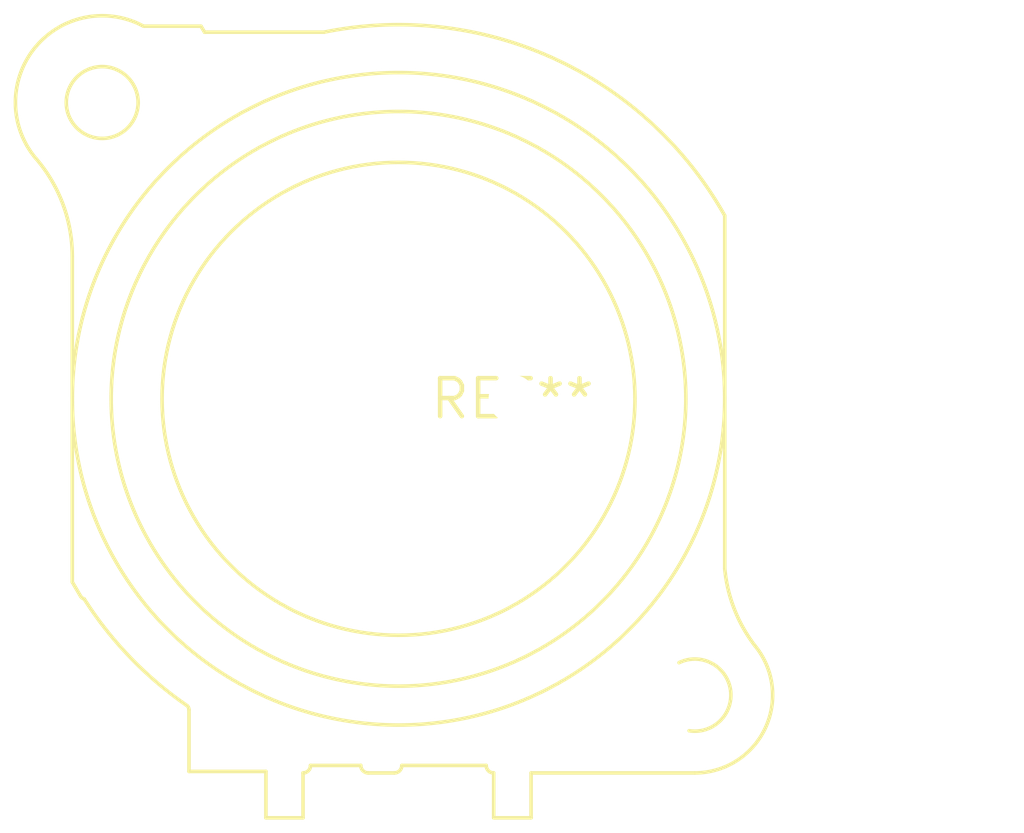
<source format=kicad_pcb>
(kicad_pcb (version 20240108) (generator pcbnew)
  (layers (0 "F.Cu" signal) (31 "B.Cu" signal) (34 "B.Paste" user) (35 "F.Paste" user) (36 "B.SilkS" user "B.Silkscreen") (37 "F.SilkS" user "F.Silkscreen") (38 "B.Mask" user) (39 "F.Mask" user) (44 "Edge.Cuts" user))
  (net 0 "")
  (footprint "Jack_XLR_Neutrik_NC3FBV2_Vertical" (layer "F.Cu") (at 0 0)
    (property "Reference" "REF**")
    (property "Value" "Jack_XLR_Neutrik_NC3FBV2_Vertical")
    (fp_line (start -14.71 -4.76) (end -14.71 6.12) (layer "F.SilkS") (stroke (width 0.12)))
    (fp_line (start -14.71 6.12) (end -14.43 6.6) (layer "F.SilkS") (stroke (width 0.12)))
    (fp_line (start -10.81 10.39) (end -10.81 12.45) (layer "F.SilkS") (stroke (width 0.12)))
    (fp_line (start -10.81 12.45) (end -8.24 12.45) (layer "F.SilkS") (stroke (width 0.12)))
    (fp_line (start -10.41 -12.45) (end -12.33 -12.45) (layer "F.SilkS") (stroke (width 0.12)))
    (fp_line (start -10.29 -12.25) (end -10.41 -12.45) (layer "F.SilkS") (stroke (width 0.12)))
    (fp_line (start -8.24 12.45) (end -8.24 14) (layer "F.SilkS") (stroke (width 0.12)))
    (fp_line (start -7 14) (end -8.24 14) (layer "F.SilkS") (stroke (width 0.12)))
    (fp_line (start -7 14) (end -7 12.5) (layer "F.SilkS") (stroke (width 0.12)))
    (fp_line (start -6.75 12.25) (end -5.07 12.25) (layer "F.SilkS") (stroke (width 0.12)))
    (fp_line (start -6.3 -12.25) (end -10.29 -12.25) (layer "F.SilkS") (stroke (width 0.12)))
    (fp_line (start -4.82 12.5) (end -3.95 12.5) (layer "F.SilkS") (stroke (width 0.12)))
    (fp_line (start -3.7 12.25) (end -0.88 12.25) (layer "F.SilkS") (stroke (width 0.12)))
    (fp_line (start -0.63 12.5) (end -0.63 14) (layer "F.SilkS") (stroke (width 0.12)))
    (fp_line (start 0.62 12.5) (end 6.09 12.5) (layer "F.SilkS") (stroke (width 0.12)))
    (fp_line (start 0.62 14) (end -0.63 14) (layer "F.SilkS") (stroke (width 0.12)))
    (fp_line (start 0.62 14) (end 0.62 12.5) (layer "F.SilkS") (stroke (width 0.12)))
    (fp_line (start 7.09 5.67) (end 7.09 -6.12) (layer "F.SilkS") (stroke (width 0.12)))
    (fp_arc (start -15.916051 -8.020379) (mid -15.021177 -6.498148) (end -14.71 -4.76) (layer "F.SilkS") (stroke (width 0.12)))
    (fp_arc (start -15.908884 -8.010077) (mid -15.967404 -11.719623) (end -12.33 -12.45) (layer "F.SilkS") (stroke (width 0.12)))
    (fp_arc (start -14.313753 6.685219) (mid -14.379716 6.653303) (end -14.43 6.6) (layer "F.SilkS") (stroke (width 0.12)))
    (fp_arc (start -10.879208 10.248532) (mid -12.772983 8.641241) (end -14.31 6.69) (layer "F.SilkS") (stroke (width 0.12)))
    (fp_arc (start -10.874359 10.252686) (mid -10.828679 10.315015) (end -10.81 10.39) (layer "F.SilkS") (stroke (width 0.12)))
    (fp_arc (start -6.75 12.25) (mid -6.823223 12.426777) (end -7 12.5) (layer "F.SilkS") (stroke (width 0.12)))
    (fp_arc (start -6.283571 -12.253402) (mid 1.401126 -11.362596) (end 7.09 -6.12) (layer "F.SilkS") (stroke (width 0.12)))
    (fp_arc (start -4.82 12.5) (mid -4.996777 12.426777) (end -5.07 12.25) (layer "F.SilkS") (stroke (width 0.12)))
    (fp_arc (start -3.7 12.25) (mid -3.773223 12.426777) (end -3.95 12.5) (layer "F.SilkS") (stroke (width 0.12)))
    (fp_arc (start -0.63 12.5) (mid -0.806777 12.426777) (end -0.88 12.25) (layer "F.SilkS") (stroke (width 0.12)))
    (fp_arc (start 5.563083 8.81623) (mid 7.282057 9.723366) (end 5.9 11.09) (layer "F.SilkS") (stroke (width 0.12)))
    (fp_arc (start 8.110579 8.263767) (mid 8.436721 11.019329) (end 6.09 12.5) (layer "F.SilkS") (stroke (width 0.12)))
    (fp_arc (start 8.111727 8.266808) (mid 7.416073 7.041111) (end 7.09 5.67) (layer "F.SilkS") (stroke (width 0.12)))
    (fp_circle (center -13.71 -9.9) (end -12.51 -9.9) (layer "F.SilkS") (stroke (width 0.12)) (fill none))
    (fp_circle (center -3.81 0) (end 4.09 0) (layer "F.SilkS") (stroke (width 0.12)) (fill none))
    (fp_circle (center -3.81 0) (end 5.79 0) (layer "F.SilkS") (stroke (width 0.12)) (fill none))
    (fp_circle (center -3.81 0) (end 7.09 0) (layer "F.SilkS") (stroke (width 0.12)) (fill none))
    (pad "1" thru_hole circle (at 0 0) (size 3.4 3.4) (drill 1.6) (layers *.Cu *.Mask) (remove_unused_layers))
    (pad "2" thru_hole circle (at -7.62 0) (size 3.4 3.4) (drill 1.6) (layers *.Cu *.Mask) (remove_unused_layers))
    (pad "3" thru_hole circle (at -3.81 4.45) (size 2.9 2.9) (drill 1.2) (layers *.Cu *.Mask) (remove_unused_layers))
    (pad "G" thru_hole circle (at 4.44 10.16) (size 2.9 2.9) (drill 1.2) (layers *.Cu *.Mask) (remove_unused_layers))
  )
)
</source>
